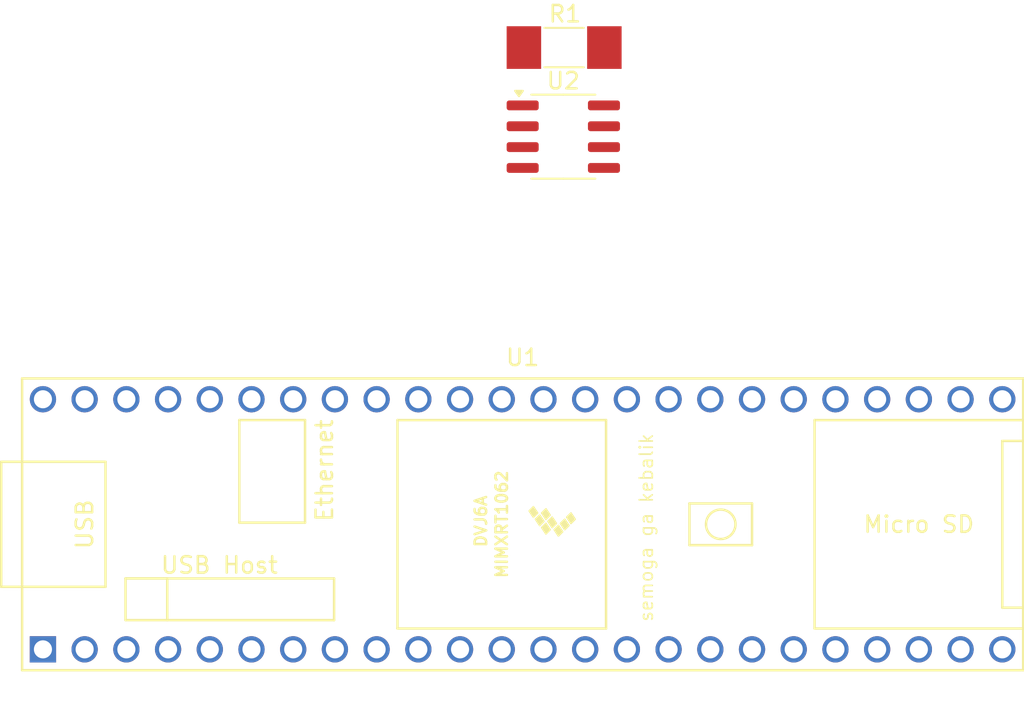
<source format=kicad_pcb>
(kicad_pcb (version 20241229) (generator "pcbnew") (generator_version "9.0")
  (layers (0 "F.Cu" signal) (2 "B.Cu" signal) (13 "F.Paste" user) (15 "B.Paste" user) (5 "F.SilkS" user "F.Silkscreen") (7 "B.SilkS" user "B.Silkscreen") (1 "F.Mask" user) (3 "B.Mask" user) (25 "Edge.Cuts" user))
  (net 0 "")
  (net 1 "Net-(U2-CANH)")
  (net 2 "Net-(U2-CANL)")
  (footprint "Package_SO:SOIC-8_3.9x4.9mm_P1.27mm" (layer "F.Cu") (at 125.287 91.44)
    (property "Reference" "U2" (at 0 -3.4 0) (layer "F.SilkS"))
    (property "Value" "SN65HVD230")
    (fp_line (start 0 -2.56) (end -1.95 -2.56) (stroke (width 0.12)) (layer "F.SilkS"))
    (fp_line (start 0 -2.56) (end 1.95 -2.56) (stroke (width 0.12)) (layer "F.SilkS"))
    (fp_line (start 0 2.56) (end -1.95 2.56) (stroke (width 0.12)) (layer "F.SilkS"))
    (fp_line (start 0 2.56) (end 1.95 2.56) (stroke (width 0.12)) (layer "F.SilkS"))
    (fp_poly (pts (xy -2.7 -2.465) (xy -2.94 -2.795) (xy -2.46 -2.795)) (stroke (width 0.12)) (fill yes) (layer "F.SilkS"))
    (pad "1" smd roundrect (at -2.475 -1.905) (size 1.95 0.6) (layers "F.Cu" "F.Mask" "F.Paste"))
    (pad "2" smd roundrect (at -2.475 -0.635) (size 1.95 0.6) (layers "F.Cu" "F.Mask" "F.Paste"))
    (pad "3" smd roundrect (at -2.475 0.635) (size 1.95 0.6) (layers "F.Cu" "F.Mask" "F.Paste"))
    (pad "4" smd roundrect (at -2.475 1.905) (size 1.95 0.6) (layers "F.Cu" "F.Mask" "F.Paste"))
    (pad "5" smd roundrect (at 2.475 1.905) (size 1.95 0.6) (layers "F.Cu" "F.Mask" "F.Paste"))
    (pad "6" smd roundrect (at 2.475 0.635) (size 1.95 0.6) (layers "F.Cu" "F.Mask" "F.Paste") (net 2 "Net-(U2-CANL)"))
    (pad "7" smd roundrect (at 2.475 -0.635) (size 1.95 0.6) (layers "F.Cu" "F.Mask" "F.Paste") (net 1 "Net-(U2-CANH)"))
    (pad "8" smd roundrect (at 2.475 -1.905) (size 1.95 0.6) (layers "F.Cu" "F.Mask" "F.Paste"))
  )
  (footprint "Resistor_SMD:R_MELF_MMB-0207" (layer "F.Cu") (at 125.337 86.01)
    (property "Reference" "R1" (at 0.05 -2.05 0) (layer "F.SilkS"))
    (property "Value" "R")
    (fp_line (start 1.2 -1.2) (end -1.2 -1.2) (stroke (width 0.12)) (layer "F.SilkS"))
    (fp_line (start 1.2 1.2) (end -1.2 1.2) (stroke (width 0.12)) (layer "F.SilkS"))
    (pad "1" smd rect (at -2.45 0) (size 2.1 2.6) (layers "F.Cu" "F.Mask" "F.Paste") (net 1 "Net-(U2-CANH)"))
    (pad "2" smd rect (at 2.45 0) (size 2.1 2.6) (layers "F.Cu" "F.Mask" "F.Paste") (net 2 "Net-(U2-CANL)"))
  )
  (footprint "teensy4.1:Teensy41" (layer "F.Cu") (at 122.809 115.062)
    (property "Reference" "U1" (at 0 -10.16 0) (layer "F.SilkS"))
    (property "Value" "Teensy4.1")
    (fp_line (start -31.75 -3.81) (end -30.48 -3.81) (stroke (width 0.15)) (layer "F.SilkS"))
    (fp_line (start -31.75 3.81) (end -31.75 -3.81) (stroke (width 0.15)) (layer "F.SilkS"))
    (fp_line (start -30.48 -8.89) (end 30.48 -8.89) (stroke (width 0.15)) (layer "F.SilkS"))
    (fp_line (start -30.48 3.81) (end -31.75 3.81) (stroke (width 0.15)) (layer "F.SilkS"))
    (fp_line (start -30.48 8.89) (end -30.48 -8.89) (stroke (width 0.15)) (layer "F.SilkS"))
    (fp_line (start -25.4 -3.81) (end -30.48 -3.81) (stroke (width 0.15)) (layer "F.SilkS"))
    (fp_line (start -25.4 3.81) (end -30.48 3.81) (stroke (width 0.15)) (layer "F.SilkS"))
    (fp_line (start -25.4 3.81) (end -25.4 -3.81) (stroke (width 0.15)) (layer "F.SilkS"))
    (fp_line (start -24.1808 3.2992) (end -21.6408 3.2992) (stroke (width 0.15)) (layer "F.SilkS"))
    (fp_line (start -24.1808 3.2992) (end -11.4808 3.2992) (stroke (width 0.15)) (layer "F.SilkS"))
    (fp_line (start -24.1808 5.8392) (end -24.1808 3.2992) (stroke (width 0.15)) (layer "F.SilkS"))
    (fp_line (start -21.6408 3.2992) (end -21.6408 5.8392) (stroke (width 0.15)) (layer "F.SilkS"))
    (fp_line (start -17.25 -6.3516) (end -17.25 -6.1016) (stroke (width 0.15)) (layer "F.SilkS"))
    (fp_line (start -17.25 -6.1016) (end -17.25 -0.1016) (stroke (width 0.15)) (layer "F.SilkS"))
    (fp_line (start -17.25 -0.1016) (end -13.25 -0.1016) (stroke (width 0.15)) (layer "F.SilkS"))
    (fp_line (start -13.25 -6.3516) (end -17.25 -6.3516) (stroke (width 0.15)) (layer "F.SilkS"))
    (fp_line (start -13.25 -0.1016) (end -13.25 -6.3516) (stroke (width 0.15)) (layer "F.SilkS"))
    (fp_line (start -11.4808 3.2992) (end -11.4808 5.8392) (stroke (width 0.15)) (layer "F.SilkS"))
    (fp_line (start -11.4808 5.8392) (end -24.1808 5.8392) (stroke (width 0.15)) (layer "F.SilkS"))
    (fp_line (start -7.62 -6.35) (end -7.62 6.35) (stroke (width 0.15)) (layer "F.SilkS"))
    (fp_line (start -7.62 6.35) (end 5.08 6.35) (stroke (width 0.15)) (layer "F.SilkS"))
    (fp_line (start 5.08 -6.35) (end -7.62 -6.35) (stroke (width 0.15)) (layer "F.SilkS"))
    (fp_line (start 5.08 6.35) (end 5.08 -6.35) (stroke (width 0.15)) (layer "F.SilkS"))
    (fp_line (start 10.16 -1.27) (end 13.97 -1.27) (stroke (width 0.15)) (layer "F.SilkS"))
    (fp_line (start 10.16 1.27) (end 10.16 -1.27) (stroke (width 0.15)) (layer "F.SilkS"))
    (fp_line (start 13.97 -1.27) (end 13.97 1.27) (stroke (width 0.15)) (layer "F.SilkS"))
    (fp_line (start 13.97 1.27) (end 10.16 1.27) (stroke (width 0.15)) (layer "F.SilkS"))
    (fp_line (start 17.78 -6.35) (end 17.78 6.35) (stroke (width 0.15)) (layer "F.SilkS"))
    (fp_line (start 17.78 6.35) (end 30.48 6.35) (stroke (width 0.15)) (layer "F.SilkS"))
    (fp_line (start 29.21 -5.08) (end 29.21 5.08) (stroke (width 0.15)) (layer "F.SilkS"))
    (fp_line (start 29.21 5.08) (end 30.48 5.08) (stroke (width 0.15)) (layer "F.SilkS"))
    (fp_line (start 30.48 -8.89) (end 30.48 8.89) (stroke (width 0.15)) (layer "F.SilkS"))
    (fp_line (start 30.48 -6.35) (end 17.78 -6.35) (stroke (width 0.15)) (layer "F.SilkS"))
    (fp_line (start 30.48 -5.08) (end 29.21 -5.08) (stroke (width 0.15)) (layer "F.SilkS"))
    (fp_line (start 30.48 8.89) (end -30.48 8.89) (stroke (width 0.15)) (layer "F.SilkS"))
    (fp_circle (center 12.065 0) (end 12.7 -0.635) (stroke (width 0.15)) (fill no) (layer "F.SilkS"))
    (fp_poly (pts (xy 0.911 -0.688) (xy 0.657 -0.434) (xy 0.403 -0.815) (xy 0.657 -1.069)) (stroke (width 0.1)) (fill yes) (layer "F.SilkS"))
    (fp_poly (pts (xy 1.292 -0.18) (xy 1.038 0.074) (xy 0.784 -0.307) (xy 1.038 -0.561)) (stroke (width 0.1)) (fill yes) (layer "F.SilkS"))
    (fp_poly (pts (xy 1.673 -0.561) (xy 1.419 -0.307) (xy 1.165 -0.688) (xy 1.419 -0.942)) (stroke (width 0.1)) (fill yes) (layer "F.SilkS"))
    (fp_poly (pts (xy 1.673 0.328) (xy 1.419 0.582) (xy 1.165 0.201) (xy 1.419 -0.053)) (stroke (width 0.1)) (fill yes) (layer "F.SilkS"))
    (fp_poly (pts (xy 2.054 -0.053) (xy 1.8 0.201) (xy 1.546 -0.18) (xy 1.8 -0.434)) (stroke (width 0.1)) (fill yes) (layer "F.SilkS"))
    (fp_poly (pts (xy 2.435 0.455) (xy 2.181 0.709) (xy 1.927 0.328) (xy 2.181 0.074)) (stroke (width 0.1)) (fill yes) (layer "F.SilkS"))
    (fp_poly (pts (xy 2.816 0.074) (xy 2.562 0.328) (xy 2.308 -0.053) (xy 2.562 -0.307)) (stroke (width 0.1)) (fill yes) (layer "F.SilkS"))
    (fp_poly (pts (xy 3.197 -0.307) (xy 2.943 -0.053) (xy 2.689 -0.434) (xy 2.943 -0.688)) (stroke (width 0.1)) (fill yes) (layer "F.SilkS"))
    (fp_text user "Micro SD" (at 24.13 0 0) (layer "F.SilkS"))
    (fp_text user "MIMXRT1062" (at -1.27 0 270) (layer "F.SilkS") (effects (font (size 0.7 0.7))))
    (fp_text user "Ethernet" (at -12.065 -3.2766 90) (layer "F.SilkS"))
    (fp_text user "DVJ6A" (at -2.54 -0.18 270) (layer "F.SilkS") (effects (font (size 0.7 0.7))))
    (fp_text user "semoga ga kebalik" (at 8 6 90) (layer "F.SilkS") (effects (font (size 0.8 0.8) (thickness 0.1)) (justify left bottom)))
    (fp_text user "USB" (at -26.67 0 270) (layer "F.SilkS"))
    (fp_text user "USB Host" (at -18.4658 2.4892 0) (layer "F.SilkS"))
    (pad "1" thru_hole rect (at -29.21 7.62) (size 1.6 1.6) (drill 1.1) (layers "*.Cu" "*.Mask"))
    (pad "2" thru_hole circle (at -26.67 7.62) (size 1.6 1.6) (drill 1.1) (layers "*.Cu" "*.Mask"))
    (pad "3" thru_hole circle (at -24.13 7.62) (size 1.6 1.6) (drill 1.1) (layers "*.Cu" "*.Mask"))
    (pad "4" thru_hole circle (at -21.59 7.62) (size 1.6 1.6) (drill 1.1) (layers "*.Cu" "*.Mask"))
    (pad "5" thru_hole circle (at -19.05 7.62) (size 1.6 1.6) (drill 1.1) (layers "*.Cu" "*.Mask"))
    (pad "6" thru_hole circle (at -16.51 7.62) (size 1.6 1.6) (drill 1.1) (layers "*.Cu" "*.Mask"))
    (pad "7" thru_hole circle (at -13.97 7.62) (size 1.6 1.6) (drill 1.1) (layers "*.Cu" "*.Mask"))
    (pad "8" thru_hole circle (at -11.43 7.62) (size 1.6 1.6) (drill 1.1) (layers "*.Cu" "*.Mask"))
    (pad "9" thru_hole circle (at -8.89 7.62) (size 1.6 1.6) (drill 1.1) (layers "*.Cu" "*.Mask"))
    (pad "10" thru_hole circle (at -6.35 7.62) (size 1.6 1.6) (drill 1.1) (layers "*.Cu" "*.Mask"))
    (pad "11" thru_hole circle (at -3.81 7.62) (size 1.6 1.6) (drill 1.1) (layers "*.Cu" "*.Mask"))
    (pad "12" thru_hole circle (at -1.27 7.62) (size 1.6 1.6) (drill 1.1) (layers "*.Cu" "*.Mask"))
    (pad "13" thru_hole circle (at 1.27 7.62) (size 1.6 1.6) (drill 1.1) (layers "*.Cu" "*.Mask"))
    (pad "14" thru_hole circle (at 3.81 7.62) (size 1.6 1.6) (drill 1.1) (layers "*.Cu" "*.Mask"))
    (pad "15" thru_hole circle (at 6.35 7.62) (size 1.6 1.6) (drill 1.1) (layers "*.Cu" "*.Mask"))
    (pad "16" thru_hole circle (at 8.89 7.62) (size 1.6 1.6) (drill 1.1) (layers "*.Cu" "*.Mask"))
    (pad "17" thru_hole circle (at 11.43 7.62) (size 1.6 1.6) (drill 1.1) (layers "*.Cu" "*.Mask"))
    (pad "18" thru_hole circle (at 13.97 7.62) (size 1.6 1.6) (drill 1.1) (layers "*.Cu" "*.Mask"))
    (pad "19" thru_hole circle (at 16.51 7.62) (size 1.6 1.6) (drill 1.1) (layers "*.Cu" "*.Mask"))
    (pad "20" thru_hole circle (at 19.05 7.62) (size 1.6 1.6) (drill 1.1) (layers "*.Cu" "*.Mask"))
    (pad "21" thru_hole circle (at 21.59 7.62) (size 1.6 1.6) (drill 1.1) (layers "*.Cu" "*.Mask"))
    (pad "22" thru_hole circle (at 24.13 7.62) (size 1.6 1.6) (drill 1.1) (layers "*.Cu" "*.Mask"))
    (pad "23" thru_hole circle (at 26.67 7.62) (size 1.6 1.6) (drill 1.1) (layers "*.Cu" "*.Mask"))
    (pad "24" thru_hole circle (at 29.21 7.62) (size 1.6 1.6) (drill 1.1) (layers "*.Cu" "*.Mask"))
    (pad "25" thru_hole circle (at 29.21 -7.62) (size 1.6 1.6) (drill 1.1) (layers "*.Cu" "*.Mask"))
    (pad "26" thru_hole circle (at 26.67 -7.62) (size 1.6 1.6) (drill 1.1) (layers "*.Cu" "*.Mask"))
    (pad "27" thru_hole circle (at 24.13 -7.62) (size 1.6 1.6) (drill 1.1) (layers "*.Cu" "*.Mask"))
    (pad "28" thru_hole circle (at 21.59 -7.62) (size 1.6 1.6) (drill 1.1) (layers "*.Cu" "*.Mask"))
    (pad "29" thru_hole circle (at 19.05 -7.62) (size 1.6 1.6) (drill 1.1) (layers "*.Cu" "*.Mask"))
    (pad "30" thru_hole circle (at 16.51 -7.62) (size 1.6 1.6) (drill 1.1) (layers "*.Cu" "*.Mask"))
    (pad "31" thru_hole circle (at 13.97 -7.62) (size 1.6 1.6) (drill 1.1) (layers "*.Cu" "*.Mask"))
    (pad "32" thru_hole circle (at 11.43 -7.62) (size 1.6 1.6) (drill 1.1) (layers "*.Cu" "*.Mask"))
    (pad "33" thru_hole circle (at 8.89 -7.62) (size 1.6 1.6) (drill 1.1) (layers "*.Cu" "*.Mask"))
    (pad "34" thru_hole circle (at 6.35 -7.62) (size 1.6 1.6) (drill 1.1) (layers "*.Cu" "*.Mask"))
    (pad "35" thru_hole circle (at 3.81 -7.62) (size 1.6 1.6) (drill 1.1) (layers "*.Cu" "*.Mask"))
    (pad "36" thru_hole circle (at 1.27 -7.62) (size 1.6 1.6) (drill 1.1) (layers "*.Cu" "*.Mask"))
    (pad "37" thru_hole circle (at -1.27 -7.62) (size 1.6 1.6) (drill 1.1) (layers "*.Cu" "*.Mask"))
    (pad "38" thru_hole circle (at -3.81 -7.62) (size 1.6 1.6) (drill 1.1) (layers "*.Cu" "*.Mask"))
    (pad "39" thru_hole circle (at -6.35 -7.62) (size 1.6 1.6) (drill 1.1) (layers "*.Cu" "*.Mask"))
    (pad "40" thru_hole circle (at -8.89 -7.62) (size 1.6 1.6) (drill 1.1) (layers "*.Cu" "*.Mask"))
    (pad "41" thru_hole circle (at -11.43 -7.62) (size 1.6 1.6) (drill 1.1) (layers "*.Cu" "*.Mask"))
    (pad "42" thru_hole circle (at -13.97 -7.62) (size 1.6 1.6) (drill 1.1) (layers "*.Cu" "*.Mask"))
    (pad "43" thru_hole circle (at -16.51 -7.62) (size 1.6 1.6) (drill 1.1) (layers "*.Cu" "*.Mask"))
    (pad "44" thru_hole circle (at -19.05 -7.62) (size 1.6 1.6) (drill 1.1) (layers "*.Cu" "*.Mask"))
    (pad "45" thru_hole circle (at -21.59 -7.62) (size 1.6 1.6) (drill 1.1) (layers "*.Cu" "*.Mask"))
    (pad "46" thru_hole circle (at -24.13 -7.62) (size 1.6 1.6) (drill 1.1) (layers "*.Cu" "*.Mask"))
    (pad "47" thru_hole circle (at -26.67 -7.62) (size 1.6 1.6) (drill 1.1) (layers "*.Cu" "*.Mask"))
    (pad "48" thru_hole circle (at -29.21 -7.62) (size 1.6 1.6) (drill 1.1) (layers "*.Cu" "*.Mask"))
  )
)
</source>
